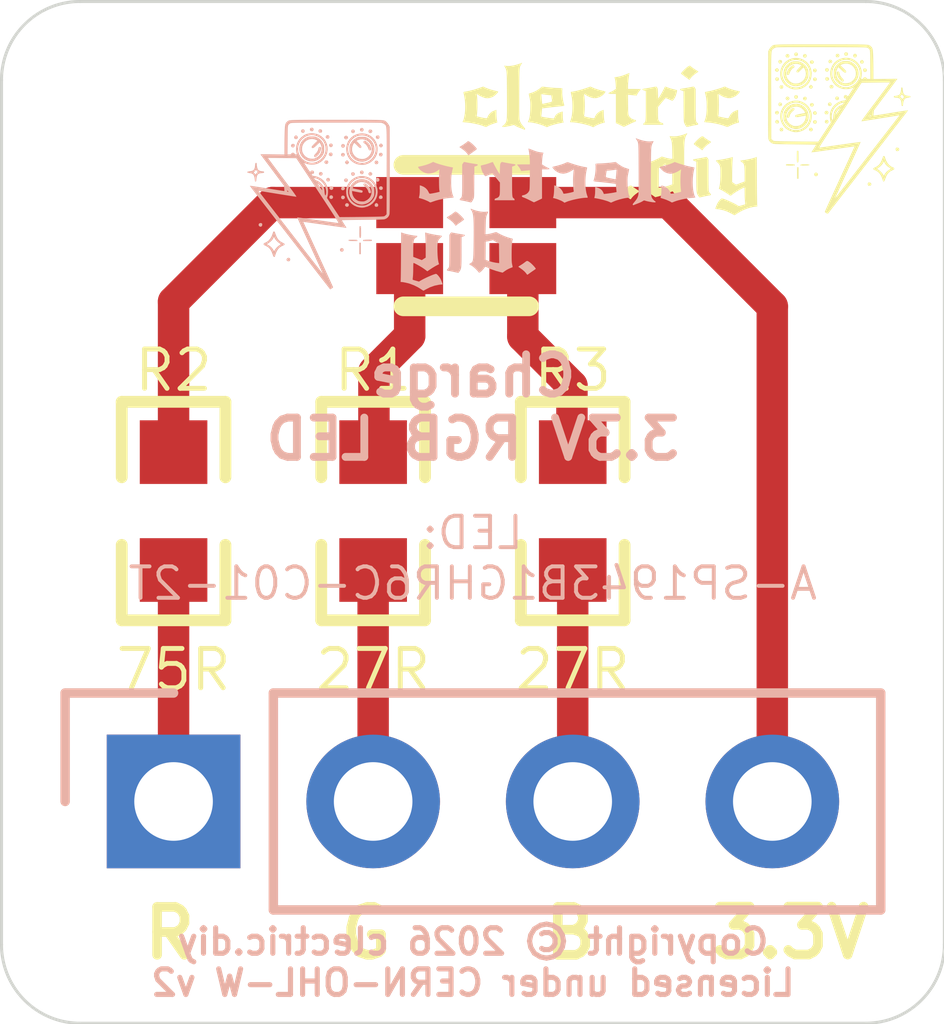
<source format=kicad_pcb>
(kicad_pcb (version 20241229) (generator "pcbnew") (generator_version "9.0")
  (title_block (title "Charge 3.3V RGB LED") (date "2026-02-20") (rev "Mk1") (company "clectric.diy") (comment 1 "Copyright © 2026 clectric.diy Licensed under CERN-OHL-W v2") (comment 2 "Charles H. Leggett"))
  (layers (0 "F.Cu" signal "Front") (2 "B.Cu" signal "Back") (13 "F.Paste" user) (15 "B.Paste" user) (5 "F.SilkS" user "F.Silkscreen") (7 "B.SilkS" user "B.Silkscreen") (1 "F.Mask" user) (3 "B.Mask" user) (25 "Edge.Cuts" user))
  (net 0 "")
  (net 1 "LED_GREEN")
  (net 2 "LED_RED")
  (net 3 "LED_BLUE")
  (net 4 "3.3V")
  (footprint "clectric-diy:LED-SMD_4P-L1.6-W1.5-BL_A-SP1943B1GHR6C-C01-2T" (layer "F.Cu") (at 94.657 81.446)
    (property "Reference" "U1" (hide yes))
    (property "Value" "A-SP1943B1GHR6C-C01-2T" (hide yes))
    (pad "1" smd rect (at -0.72 0.42 180) (size 0.85 0.65) (layers "F.Cu" "F.Mask" "F.Paste") (net 1 "LED_GREEN"))
    (pad "2" smd rect (at -0.72 -0.42 180) (size 0.85 0.65) (layers "F.Cu" "F.Mask" "F.Paste") (net 2 "LED_RED"))
    (pad "3" smd rect (at 0.72 -0.42 180) (size 0.85 0.65) (layers "F.Cu" "F.Mask" "F.Paste") (net 4 "3.3V"))
    (pad "4" smd rect (at 0.72 0.42 180) (size 0.85 0.65) (layers "F.Cu" "F.Mask" "F.Paste") (net 3 "LED_BLUE"))
  )
  (footprint "LOGO" (layer "F.Cu") (at 97.442 80.066)
    (property "Reference" "G***" (hide yes))
    (property "Value" "LOGO" (hide yes))
  )
  (footprint "clectric-diy:R0603" (layer "F.Cu") (at 93.472 84.951 -90)
    (property "Reference" "R1" (at -1.79 0 0) (layer "F.SilkS") (effects (font (size 0.5 0.5) (thickness 0.0625))))
    (property "Value" "27R" (at 2.02 0 0) (layer "F.SilkS") (effects (font (size 0.5 0.5) (thickness 0.0625))))
    (pad "1" smd rect (at -0.75 0 270) (size 0.81 0.86) (layers "F.Cu" "F.Mask" "F.Paste") (net 1 "LED_GREEN"))
    (pad "2" smd rect (at 0.75 0 270) (size 0.81 0.86) (layers "F.Cu" "F.Mask" "F.Paste") (net 1 "LED_GREEN"))
  )
  (footprint "clectric-diy:R0603" (layer "F.Cu") (at 90.932 84.951 -90)
    (property "Reference" "R2" (at -1.79 0 0) (layer "F.SilkS") (effects (font (size 0.5 0.5) (thickness 0.0625))))
    (property "Value" "75R" (at 2.02 0 0) (layer "F.SilkS") (effects (font (size 0.5 0.5) (thickness 0.0625))))
    (pad "1" smd rect (at -0.75 0 270) (size 0.81 0.86) (layers "F.Cu" "F.Mask" "F.Paste") (net 2 "LED_RED"))
    (pad "2" smd rect (at 0.75 0 270) (size 0.81 0.86) (layers "F.Cu" "F.Mask" "F.Paste") (net 2 "LED_RED"))
  )
  (footprint "clectric-diy:R0603" (layer "F.Cu") (at 96.012 84.951 -90)
    (property "Reference" "R3" (at -1.79 0 0) (layer "F.SilkS") (effects (font (size 0.5 0.5) (thickness 0.0625))))
    (property "Value" "27R" (at 2.02 0 0) (layer "F.SilkS") (effects (font (size 0.5 0.5) (thickness 0.0625))))
    (pad "1" smd rect (at -0.75 0 270) (size 0.81 0.86) (layers "F.Cu" "F.Mask" "F.Paste") (net 3 "LED_BLUE"))
    (pad "2" smd rect (at 0.75 0 270) (size 0.81 0.86) (layers "F.Cu" "F.Mask" "F.Paste") (net 3 "LED_BLUE"))
  )
  (footprint "LOGO" (layer "B.Cu") (at 94.740088 81.026 180)
    (property "Reference" "G***" (hide yes))
    (property "Value" "LOGO" (hide yes))
  )
  (footprint "Connector_PinHeader_2.54mm:PinHeader_1x04_P2.54mm_Vertical" (layer "B.Cu") (at 90.932 88.646 -90)
    (property "Reference" "J1" (hide yes))
    (property "Value" "Connector_PinHeader_2.54mm" (hide yes))
    (pad "1" thru_hole rect (at 0 0 270) (size 1.7 1.7) (drill 1) (layers "*.Cu" "*.Mask") (net 2 "LED_RED"))
    (pad "2" thru_hole circle (at 0 -2.54 270) (size 1.7 1.7) (drill 1) (layers "*.Cu" "*.Mask") (net 1 "LED_GREEN"))
    (pad "3" thru_hole circle (at 0 -5.08 270) (size 1.7 1.7) (drill 1) (layers "*.Cu" "*.Mask") (net 3 "LED_BLUE"))
    (pad "4" thru_hole circle (at 0 -7.62 270) (size 1.7 1.7) (drill 1) (layers "*.Cu" "*.Mask") (net 4 "3.3V"))
  )
  (gr_line (start 99.742 91.467347) (end 89.742 91.467347) (stroke (width 0.0381)) (layer "Edge.Cuts"))
  (gr_line (start 100.742 79.467347) (end 100.742 90.467347) (stroke (width 0.0381)) (layer "Edge.Cuts"))
  (gr_arc (start 88.742 79.467347) (mid 89.034893 78.76024) (end 89.742 78.467347) (stroke (width 0.0381)) (layer "Edge.Cuts"))
  (gr_arc (start 99.742 78.467347) (mid 100.449107 78.76024) (end 100.742 79.467347) (stroke (width 0.0381)) (layer "Edge.Cuts"))
  (gr_line (start 88.742 90.467347) (end 88.742 79.467347) (stroke (width 0.0381)) (layer "Edge.Cuts"))
  (gr_line (start 89.742 78.467347) (end 99.742 78.467347) (stroke (width 0.0381)) (layer "Edge.Cuts"))
  (gr_arc (start 100.742 90.467347) (mid 100.449107 91.174454) (end 99.742 91.467347) (stroke (width 0.0381)) (layer "Edge.Cuts"))
  (gr_arc (start 89.742 91.467347) (mid 89.034877 91.174457) (end 88.742 90.467347) (stroke (width 0.0381)) (layer "Edge.Cuts"))
  (gr_text "3.3V" (at 99.852 90.674 0) (layer "F.SilkS") (effects (font (size 0.6096 0.6096) (thickness 0.12192) (bold yes)) (justify right bottom)))
  (gr_text "G" (at 93.767 90.678 0) (layer "F.SilkS") (effects (font (size 0.6096 0.6096) (thickness 0.12192) (bold yes)) (justify right bottom)))
  (gr_text "R\n" (at 91.267 90.678 0) (layer "F.SilkS") (effects (font (size 0.6096 0.6096) (thickness 0.12192) (bold yes)) (justify right bottom)))
  (gr_text "B" (at 96.367 90.678 0) (layer "F.SilkS") (effects (font (size 0.6096 0.6096) (thickness 0.12192) (bold yes)) (justify right bottom)))
  (gr_text "Charge\n3.3V RGB LED" (at 94.740088 84.328 0) (layer "B.SilkS") (effects (font (size 0.5 0.5) (thickness 0.1) (bold yes)) (justify bottom mirror)))
  (gr_text "LED:\nA-SP1943B1GHR6C-C01-2T" (at 94.740088 86.106 0) (layer "B.SilkS") (effects (font (size 0.4 0.4) (thickness 0.05)) (justify bottom mirror)))
  (gr_text "Copyright © 2026 clectric.diy\nLicensed under CERN-OHL-W v2" (at 94.742 91.144 0) (layer "B.SilkS") (effects (font (size 0.32512 0.32512) (thickness 0.065024) (bold yes)) (justify bottom mirror)))
  (segment (start 93.937 81.866) (end 93.937 82.721) (width 0.4) (layer "F.Cu") (net 1))
  (segment (start 93.482 83.176) (end 93.482 84.191) (width 0.4) (layer "F.Cu") (net 1))
  (segment (start 93.482 84.191) (end 93.472 84.201) (width 0.4) (layer "F.Cu") (net 1))
  (segment (start 93.472 85.701) (end 93.472 88.646) (width 0.4) (layer "F.Cu") (net 1))
  (segment (start 93.937 82.721) (end 93.482 83.176) (width 0.4) (layer "F.Cu") (net 1))
  (segment (start 90.932 82.286) (end 92.192 81.026) (width 0.4) (layer "F.Cu") (net 2))
  (segment (start 92.192 81.026) (end 93.937 81.026) (width 0.4) (layer "F.Cu") (net 2))
  (segment (start 90.932 84.201) (end 90.932 82.286) (width 0.4) (layer "F.Cu") (net 2))
  (segment (start 90.932 85.701) (end 90.932 88.646) (width 0.4) (layer "F.Cu") (net 2))
  (segment (start 95.377 82.731) (end 96.002 83.356) (width 0.4) (layer "F.Cu") (net 3))
  (segment (start 95.377 81.866) (end 95.377 82.731) (width 0.4) (layer "F.Cu") (net 3))
  (segment (start 96.002 84.191) (end 96.012 84.201) (width 0.4) (layer "F.Cu") (net 3))
  (segment (start 96.012 85.701) (end 96.012 88.646) (width 0.4) (layer "F.Cu") (net 3))
  (segment (start 96.002 83.356) (end 96.002 84.191) (width 0.4) (layer "F.Cu") (net 3))
  (segment (start 98.552 82.346) (end 98.552 88.646) (width 0.4) (layer "F.Cu") (net 4))
  (segment (start 95.377 81.026) (end 97.232 81.026) (width 0.4) (layer "F.Cu") (net 4))
  (segment (start 97.232 81.026) (end 98.552 82.346) (width 0.4) (layer "F.Cu") (net 4))
)
</source>
